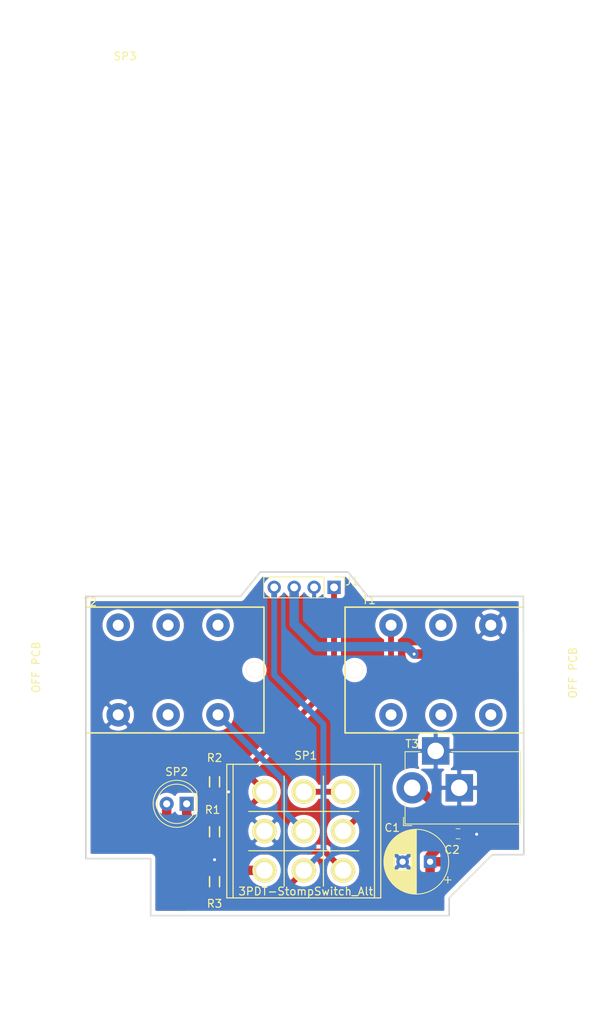
<source format=kicad_pcb>
(kicad_pcb (version 20171130) (host pcbnew "(5.1.2)-1")
  (layers (0 F.Cu signal) (31 B.Cu signal) (34 B.Paste user) (35 F.Paste user) (36 B.SilkS user) (37 F.SilkS user) (38 B.Mask user) (39 F.Mask user) (44 Edge.Cuts user))
  (net 0 "")
  (net 1 GND)
  (net 2 +9V)
  (net 3 "Net-(R1-Pad2)")
  (net 4 "Net-(R1-Pad1)")
  (net 5 "Net-(T1-Pad5)")
  (net 6 "Net-(T1-Pad3)")
  (net 7 "Net-(T1-Pad2)")
  (net 8 "Net-(T1-Pad1)")
  (net 9 "Net-(T2-Pad5)")
  (net 10 "Net-(T2-Pad3)")
  (net 11 "Net-(T2-Pad2)")
  (net 12 "Net-(T2-Pad1)")
  (net 13 /OUT)
  (net 14 /IN)
  (net 15 /Pedal_IN)
  (net 16 /Pedal_OUT)
  (net 17 /BYPASS)
  (module AVR-KiCAD-Lib-Special:1590B (layer F.Cu) (at 100.05 161)
    (fp_text reference SP3 (at 2.7 -108.05) (layer F.SilkS))
    (fp_text value Hammond_1590B)
  )
  (module AVR-KiCAD-Lib-Connectors:ACJS-MHDR (layer F.Cu) (at 142.95 131.014)
    (fp_text reference T1 (at -9.144 -8.89) (layer F.SilkS))
    (fp_text value ACJS-MHDR)
    (fp_text user "OFF PCB" (at 16.8 0.35 90) (layer F.SilkS))
    (fp_line (start -12.2 8) (end -12.2 -8) (layer F.SilkS) (width 0.2))
    (fp_line (start -12.2 8) (end 10.5 8) (layer F.SilkS) (width 0.2))
    (fp_line (start -12.2 -8) (end 10.5 -8) (layer F.SilkS) (width 0.2))
    (pad 7 thru_hole circle (at -10.98 0) (size 2.1 2.1) (drill 2.1) (layers *.Cu *.Mask))
    (pad 6 thru_hole circle (at -6.35 -5.7) (size 3 3) (drill 1.4) (layers *.Cu *.Mask) (net 15 /Pedal_IN))
    (pad 5 thru_hole circle (at 0 -5.7) (size 3 3) (drill 1.4) (layers *.Cu *.Mask) (net 5 "Net-(T1-Pad5)"))
    (pad 4 thru_hole circle (at 6.35 -5.7) (size 3 3) (drill 1.4) (layers *.Cu *.Mask) (net 1 GND))
    (pad 3 thru_hole circle (at -6.35 5.7) (size 3 3) (drill 1.4) (layers *.Cu *.Mask) (net 6 "Net-(T1-Pad3)"))
    (pad 2 thru_hole circle (at 0 5.7) (size 3 3) (drill 1.4) (layers *.Cu *.Mask) (net 7 "Net-(T1-Pad2)"))
    (pad 1 thru_hole circle (at 6.35 5.7) (size 3 3) (drill 1.4) (layers *.Cu *.Mask) (net 8 "Net-(T1-Pad1)"))
  )
  (module AVR-KiCAD-Lib-Connectors:BarrelJack_Horizontal (layer F.Cu) (at 139.284 146 180)
    (fp_text reference T3 (at 0 5.588 180) (layer F.SilkS))
    (fp_text value 54-00129)
    (fp_line (start 1.1 -3.75) (end 1.1 -4.8) (layer F.SilkS) (width 0.12))
    (fp_line (start 0.05 -4.8) (end 1.1 -4.8) (layer F.SilkS) (width 0.12))
    (fp_line (start -5 4.6) (end -13.8 4.6) (layer F.SilkS) (width 0.12))
    (fp_line (start -13.8 4.6) (end -13.8 -4.6) (layer F.SilkS) (width 0.12))
    (fp_line (start 0.9 1.9) (end 0.9 4.6) (layer F.SilkS) (width 0.12))
    (fp_line (start 0.9 4.6) (end -1 4.6) (layer F.SilkS) (width 0.12))
    (fp_line (start -13.8 -4.6) (end 0.9 -4.6) (layer F.SilkS) (width 0.12))
    (fp_line (start 0.9 -4.6) (end 0.9 -2) (layer F.SilkS) (width 0.12))
    (pad 1 thru_hole circle (at 0 0 180) (size 4 4) (drill 2.1) (layers *.Cu *.Mask) (net 2 +9V))
    (pad 2 thru_hole rect (at -6 0 180) (size 3.5 3.5) (drill 2.1) (layers *.Cu *.Mask) (net 1 GND))
    (pad 3 thru_hole rect (at -3 4.7 180) (size 3.5 3.5) (drill 2.1) (layers *.Cu *.Mask) (net 1 GND))
  )
  (module AVR-KiCAD-Lib-Capacitors:CP_Radial_D8.0mm_P3.50mm (layer F.Cu) (at 141.57 155.398 180)
    (fp_text reference C1 (at 4.826 4.318 180) (layer F.SilkS))
    (fp_text value UFW1H101MPD hide)
    (fp_circle (center 1.75 0) (end 5.87 0) (layer F.SilkS) (width 0.12))
    (fp_line (start 1.75 -4.08) (end 1.75 4.08) (layer F.SilkS) (width 0.12))
    (fp_line (start 1.79 -4.08) (end 1.79 4.08) (layer F.SilkS) (width 0.12))
    (fp_line (start 1.83 -4.08) (end 1.83 4.08) (layer F.SilkS) (width 0.12))
    (fp_line (start 1.87 -4.079) (end 1.87 4.079) (layer F.SilkS) (width 0.12))
    (fp_line (start 1.91 -4.077) (end 1.91 4.077) (layer F.SilkS) (width 0.12))
    (fp_line (start 1.95 -4.076) (end 1.95 4.076) (layer F.SilkS) (width 0.12))
    (fp_line (start 1.99 -4.074) (end 1.99 4.074) (layer F.SilkS) (width 0.12))
    (fp_line (start 2.03 -4.071) (end 2.03 4.071) (layer F.SilkS) (width 0.12))
    (fp_line (start 2.07 -4.068) (end 2.07 4.068) (layer F.SilkS) (width 0.12))
    (fp_line (start 2.11 -4.065) (end 2.11 4.065) (layer F.SilkS) (width 0.12))
    (fp_line (start 2.15 -4.061) (end 2.15 4.061) (layer F.SilkS) (width 0.12))
    (fp_line (start 2.19 -4.057) (end 2.19 4.057) (layer F.SilkS) (width 0.12))
    (fp_line (start 2.23 -4.052) (end 2.23 4.052) (layer F.SilkS) (width 0.12))
    (fp_line (start 2.27 -4.048) (end 2.27 4.048) (layer F.SilkS) (width 0.12))
    (fp_line (start 2.31 -4.042) (end 2.31 4.042) (layer F.SilkS) (width 0.12))
    (fp_line (start 2.35 -4.037) (end 2.35 4.037) (layer F.SilkS) (width 0.12))
    (fp_line (start 2.39 -4.03) (end 2.39 4.03) (layer F.SilkS) (width 0.12))
    (fp_line (start 2.43 -4.024) (end 2.43 4.024) (layer F.SilkS) (width 0.12))
    (fp_line (start 2.471 -4.017) (end 2.471 -1.04) (layer F.SilkS) (width 0.12))
    (fp_line (start 2.471 1.04) (end 2.471 4.017) (layer F.SilkS) (width 0.12))
    (fp_line (start 2.511 -4.01) (end 2.511 -1.04) (layer F.SilkS) (width 0.12))
    (fp_line (start 2.511 1.04) (end 2.511 4.01) (layer F.SilkS) (width 0.12))
    (fp_line (start 2.551 -4.002) (end 2.551 -1.04) (layer F.SilkS) (width 0.12))
    (fp_line (start 2.551 1.04) (end 2.551 4.002) (layer F.SilkS) (width 0.12))
    (fp_line (start 2.591 -3.994) (end 2.591 -1.04) (layer F.SilkS) (width 0.12))
    (fp_line (start 2.591 1.04) (end 2.591 3.994) (layer F.SilkS) (width 0.12))
    (fp_line (start 2.631 -3.985) (end 2.631 -1.04) (layer F.SilkS) (width 0.12))
    (fp_line (start 2.631 1.04) (end 2.631 3.985) (layer F.SilkS) (width 0.12))
    (fp_line (start 2.671 -3.976) (end 2.671 -1.04) (layer F.SilkS) (width 0.12))
    (fp_line (start 2.671 1.04) (end 2.671 3.976) (layer F.SilkS) (width 0.12))
    (fp_line (start 2.711 -3.967) (end 2.711 -1.04) (layer F.SilkS) (width 0.12))
    (fp_line (start 2.711 1.04) (end 2.711 3.967) (layer F.SilkS) (width 0.12))
    (fp_line (start 2.751 -3.957) (end 2.751 -1.04) (layer F.SilkS) (width 0.12))
    (fp_line (start 2.751 1.04) (end 2.751 3.957) (layer F.SilkS) (width 0.12))
    (fp_line (start 2.791 -3.947) (end 2.791 -1.04) (layer F.SilkS) (width 0.12))
    (fp_line (start 2.791 1.04) (end 2.791 3.947) (layer F.SilkS) (width 0.12))
    (fp_line (start 2.831 -3.936) (end 2.831 -1.04) (layer F.SilkS) (width 0.12))
    (fp_line (start 2.831 1.04) (end 2.831 3.936) (layer F.SilkS) (width 0.12))
    (fp_line (start 2.871 -3.925) (end 2.871 -1.04) (layer F.SilkS) (width 0.12))
    (fp_line (start 2.871 1.04) (end 2.871 3.925) (layer F.SilkS) (width 0.12))
    (fp_line (start 2.911 -3.914) (end 2.911 -1.04) (layer F.SilkS) (width 0.12))
    (fp_line (start 2.911 1.04) (end 2.911 3.914) (layer F.SilkS) (width 0.12))
    (fp_line (start 2.951 -3.902) (end 2.951 -1.04) (layer F.SilkS) (width 0.12))
    (fp_line (start 2.951 1.04) (end 2.951 3.902) (layer F.SilkS) (width 0.12))
    (fp_line (start 2.991 -3.889) (end 2.991 -1.04) (layer F.SilkS) (width 0.12))
    (fp_line (start 2.991 1.04) (end 2.991 3.889) (layer F.SilkS) (width 0.12))
    (fp_line (start 3.031 -3.877) (end 3.031 -1.04) (layer F.SilkS) (width 0.12))
    (fp_line (start 3.031 1.04) (end 3.031 3.877) (layer F.SilkS) (width 0.12))
    (fp_line (start 3.071 -3.863) (end 3.071 -1.04) (layer F.SilkS) (width 0.12))
    (fp_line (start 3.071 1.04) (end 3.071 3.863) (layer F.SilkS) (width 0.12))
    (fp_line (start 3.111 -3.85) (end 3.111 -1.04) (layer F.SilkS) (width 0.12))
    (fp_line (start 3.111 1.04) (end 3.111 3.85) (layer F.SilkS) (width 0.12))
    (fp_line (start 3.151 -3.835) (end 3.151 -1.04) (layer F.SilkS) (width 0.12))
    (fp_line (start 3.151 1.04) (end 3.151 3.835) (layer F.SilkS) (width 0.12))
    (fp_line (start 3.191 -3.821) (end 3.191 -1.04) (layer F.SilkS) (width 0.12))
    (fp_line (start 3.191 1.04) (end 3.191 3.821) (layer F.SilkS) (width 0.12))
    (fp_line (start 3.231 -3.805) (end 3.231 -1.04) (layer F.SilkS) (width 0.12))
    (fp_line (start 3.231 1.04) (end 3.231 3.805) (layer F.SilkS) (width 0.12))
    (fp_line (start 3.271 -3.79) (end 3.271 -1.04) (layer F.SilkS) (width 0.12))
    (fp_line (start 3.271 1.04) (end 3.271 3.79) (layer F.SilkS) (width 0.12))
    (fp_line (start 3.311 -3.774) (end 3.311 -1.04) (layer F.SilkS) (width 0.12))
    (fp_line (start 3.311 1.04) (end 3.311 3.774) (layer F.SilkS) (width 0.12))
    (fp_line (start 3.351 -3.757) (end 3.351 -1.04) (layer F.SilkS) (width 0.12))
    (fp_line (start 3.351 1.04) (end 3.351 3.757) (layer F.SilkS) (width 0.12))
    (fp_line (start 3.391 -3.74) (end 3.391 -1.04) (layer F.SilkS) (width 0.12))
    (fp_line (start 3.391 1.04) (end 3.391 3.74) (layer F.SilkS) (width 0.12))
    (fp_line (start 3.431 -3.722) (end 3.431 -1.04) (layer F.SilkS) (width 0.12))
    (fp_line (start 3.431 1.04) (end 3.431 3.722) (layer F.SilkS) (width 0.12))
    (fp_line (start 3.471 -3.704) (end 3.471 -1.04) (layer F.SilkS) (width 0.12))
    (fp_line (start 3.471 1.04) (end 3.471 3.704) (layer F.SilkS) (width 0.12))
    (fp_line (start 3.511 -3.686) (end 3.511 -1.04) (layer F.SilkS) (width 0.12))
    (fp_line (start 3.511 1.04) (end 3.511 3.686) (layer F.SilkS) (width 0.12))
    (fp_line (start 3.551 -3.666) (end 3.551 -1.04) (layer F.SilkS) (width 0.12))
    (fp_line (start 3.551 1.04) (end 3.551 3.666) (layer F.SilkS) (width 0.12))
    (fp_line (start 3.591 -3.647) (end 3.591 -1.04) (layer F.SilkS) (width 0.12))
    (fp_line (start 3.591 1.04) (end 3.591 3.647) (layer F.SilkS) (width 0.12))
    (fp_line (start 3.631 -3.627) (end 3.631 -1.04) (layer F.SilkS) (width 0.12))
    (fp_line (start 3.631 1.04) (end 3.631 3.627) (layer F.SilkS) (width 0.12))
    (fp_line (start 3.671 -3.606) (end 3.671 -1.04) (layer F.SilkS) (width 0.12))
    (fp_line (start 3.671 1.04) (end 3.671 3.606) (layer F.SilkS) (width 0.12))
    (fp_line (start 3.711 -3.584) (end 3.711 -1.04) (layer F.SilkS) (width 0.12))
    (fp_line (start 3.711 1.04) (end 3.711 3.584) (layer F.SilkS) (width 0.12))
    (fp_line (start 3.751 -3.562) (end 3.751 -1.04) (layer F.SilkS) (width 0.12))
    (fp_line (start 3.751 1.04) (end 3.751 3.562) (layer F.SilkS) (width 0.12))
    (fp_line (start 3.791 -3.54) (end 3.791 -1.04) (layer F.SilkS) (width 0.12))
    (fp_line (start 3.791 1.04) (end 3.791 3.54) (layer F.SilkS) (width 0.12))
    (fp_line (start 3.831 -3.517) (end 3.831 -1.04) (layer F.SilkS) (width 0.12))
    (fp_line (start 3.831 1.04) (end 3.831 3.517) (layer F.SilkS) (width 0.12))
    (fp_line (start 3.871 -3.493) (end 3.871 -1.04) (layer F.SilkS) (width 0.12))
    (fp_line (start 3.871 1.04) (end 3.871 3.493) (layer F.SilkS) (width 0.12))
    (fp_line (start 3.911 -3.469) (end 3.911 -1.04) (layer F.SilkS) (width 0.12))
    (fp_line (start 3.911 1.04) (end 3.911 3.469) (layer F.SilkS) (width 0.12))
    (fp_line (start 3.951 -3.444) (end 3.951 -1.04) (layer F.SilkS) (width 0.12))
    (fp_line (start 3.951 1.04) (end 3.951 3.444) (layer F.SilkS) (width 0.12))
    (fp_line (start 3.991 -3.418) (end 3.991 -1.04) (layer F.SilkS) (width 0.12))
    (fp_line (start 3.991 1.04) (end 3.991 3.418) (layer F.SilkS) (width 0.12))
    (fp_line (start 4.031 -3.392) (end 4.031 -1.04) (layer F.SilkS) (width 0.12))
    (fp_line (start 4.031 1.04) (end 4.031 3.392) (layer F.SilkS) (width 0.12))
    (fp_line (start 4.071 -3.365) (end 4.071 -1.04) (layer F.SilkS) (width 0.12))
    (fp_line (start 4.071 1.04) (end 4.071 3.365) (layer F.SilkS) (width 0.12))
    (fp_line (start 4.111 -3.338) (end 4.111 -1.04) (layer F.SilkS) (width 0.12))
    (fp_line (start 4.111 1.04) (end 4.111 3.338) (layer F.SilkS) (width 0.12))
    (fp_line (start 4.151 -3.309) (end 4.151 -1.04) (layer F.SilkS) (width 0.12))
    (fp_line (start 4.151 1.04) (end 4.151 3.309) (layer F.SilkS) (width 0.12))
    (fp_line (start 4.191 -3.28) (end 4.191 -1.04) (layer F.SilkS) (width 0.12))
    (fp_line (start 4.191 1.04) (end 4.191 3.28) (layer F.SilkS) (width 0.12))
    (fp_line (start 4.231 -3.25) (end 4.231 -1.04) (layer F.SilkS) (width 0.12))
    (fp_line (start 4.231 1.04) (end 4.231 3.25) (layer F.SilkS) (width 0.12))
    (fp_line (start 4.271 -3.22) (end 4.271 -1.04) (layer F.SilkS) (width 0.12))
    (fp_line (start 4.271 1.04) (end 4.271 3.22) (layer F.SilkS) (width 0.12))
    (fp_line (start 4.311 -3.189) (end 4.311 -1.04) (layer F.SilkS) (width 0.12))
    (fp_line (start 4.311 1.04) (end 4.311 3.189) (layer F.SilkS) (width 0.12))
    (fp_line (start 4.351 -3.156) (end 4.351 -1.04) (layer F.SilkS) (width 0.12))
    (fp_line (start 4.351 1.04) (end 4.351 3.156) (layer F.SilkS) (width 0.12))
    (fp_line (start 4.391 -3.124) (end 4.391 -1.04) (layer F.SilkS) (width 0.12))
    (fp_line (start 4.391 1.04) (end 4.391 3.124) (layer F.SilkS) (width 0.12))
    (fp_line (start 4.431 -3.09) (end 4.431 -1.04) (layer F.SilkS) (width 0.12))
    (fp_line (start 4.431 1.04) (end 4.431 3.09) (layer F.SilkS) (width 0.12))
    (fp_line (start 4.471 -3.055) (end 4.471 -1.04) (layer F.SilkS) (width 0.12))
    (fp_line (start 4.471 1.04) (end 4.471 3.055) (layer F.SilkS) (width 0.12))
    (fp_line (start 4.511 -3.019) (end 4.511 -1.04) (layer F.SilkS) (width 0.12))
    (fp_line (start 4.511 1.04) (end 4.511 3.019) (layer F.SilkS) (width 0.12))
    (fp_line (start 4.551 -2.983) (end 4.551 2.983) (layer F.SilkS) (width 0.12))
    (fp_line (start 4.591 -2.945) (end 4.591 2.945) (layer F.SilkS) (width 0.12))
    (fp_line (start 4.631 -2.907) (end 4.631 2.907) (layer F.SilkS) (width 0.12))
    (fp_line (start 4.671 -2.867) (end 4.671 2.867) (layer F.SilkS) (width 0.12))
    (fp_line (start 4.711 -2.826) (end 4.711 2.826) (layer F.SilkS) (width 0.12))
    (fp_line (start 4.751 -2.784) (end 4.751 2.784) (layer F.SilkS) (width 0.12))
    (fp_line (start 4.791 -2.741) (end 4.791 2.741) (layer F.SilkS) (width 0.12))
    (fp_line (start 4.831 -2.697) (end 4.831 2.697) (layer F.SilkS) (width 0.12))
    (fp_line (start 4.871 -2.651) (end 4.871 2.651) (layer F.SilkS) (width 0.12))
    (fp_line (start 4.911 -2.604) (end 4.911 2.604) (layer F.SilkS) (width 0.12))
    (fp_line (start 4.951 -2.556) (end 4.951 2.556) (layer F.SilkS) (width 0.12))
    (fp_line (start 4.991 -2.505) (end 4.991 2.505) (layer F.SilkS) (width 0.12))
    (fp_line (start 5.031 -2.454) (end 5.031 2.454) (layer F.SilkS) (width 0.12))
    (fp_line (start 5.071 -2.4) (end 5.071 2.4) (layer F.SilkS) (width 0.12))
    (fp_line (start 5.111 -2.345) (end 5.111 2.345) (layer F.SilkS) (width 0.12))
    (fp_line (start 5.151 -2.287) (end 5.151 2.287) (layer F.SilkS) (width 0.12))
    (fp_line (start 5.191 -2.228) (end 5.191 2.228) (layer F.SilkS) (width 0.12))
    (fp_line (start 5.231 -2.166) (end 5.231 2.166) (layer F.SilkS) (width 0.12))
    (fp_line (start 5.271 -2.102) (end 5.271 2.102) (layer F.SilkS) (width 0.12))
    (fp_line (start 5.311 -2.034) (end 5.311 2.034) (layer F.SilkS) (width 0.12))
    (fp_line (start 5.351 -1.964) (end 5.351 1.964) (layer F.SilkS) (width 0.12))
    (fp_line (start 5.391 -1.89) (end 5.391 1.89) (layer F.SilkS) (width 0.12))
    (fp_line (start 5.431 -1.813) (end 5.431 1.813) (layer F.SilkS) (width 0.12))
    (fp_line (start 5.471 -1.731) (end 5.471 1.731) (layer F.SilkS) (width 0.12))
    (fp_line (start 5.511 -1.645) (end 5.511 1.645) (layer F.SilkS) (width 0.12))
    (fp_line (start 5.551 -1.552) (end 5.551 1.552) (layer F.SilkS) (width 0.12))
    (fp_line (start 5.591 -1.453) (end 5.591 1.453) (layer F.SilkS) (width 0.12))
    (fp_line (start 5.631 -1.346) (end 5.631 1.346) (layer F.SilkS) (width 0.12))
    (fp_line (start 5.671 -1.229) (end 5.671 1.229) (layer F.SilkS) (width 0.12))
    (fp_line (start 5.711 -1.098) (end 5.711 1.098) (layer F.SilkS) (width 0.12))
    (fp_line (start 5.751 -0.948) (end 5.751 0.948) (layer F.SilkS) (width 0.12))
    (fp_line (start 5.791 -0.768) (end 5.791 0.768) (layer F.SilkS) (width 0.12))
    (fp_line (start 5.831 -0.533) (end 5.831 0.533) (layer F.SilkS) (width 0.12))
    (fp_line (start -2.659698 -2.315) (end -1.859698 -2.315) (layer F.SilkS) (width 0.12))
    (fp_line (start -2.259698 -2.715) (end -2.259698 -1.915) (layer F.SilkS) (width 0.12))
    (pad 1 thru_hole rect (at 0 0 180) (size 1.6 1.6) (drill 0.8) (layers *.Cu *.Mask) (net 2 +9V))
    (pad 2 thru_hole circle (at 3.5 0 180) (size 1.6 1.6) (drill 0.8) (layers *.Cu *.Mask) (net 1 GND))
  )
  (module AVR-KiCAD-Lib-Special:Switches_Stomp_Switch_3PDT (layer F.Cu) (at 125.494107 151.5)
    (fp_text reference SP1 (at 0.254 -9.604) (layer F.SilkS))
    (fp_text value 3PDT-StompSwitch_Alt (at 0.254 7.668) (layer F.SilkS))
    (fp_line (start 7 2.5) (end -7 2.5) (layer F.SilkS) (width 0.15))
    (fp_line (start -7 -2.5) (end 7 -2.5) (layer F.SilkS) (width 0.15))
    (fp_line (start 2.5 7) (end 2.5 -7) (layer F.SilkS) (width 0.15))
    (fp_line (start -2.5 -7) (end -2.5 7) (layer F.SilkS) (width 0.15))
    (fp_line (start -9 8.5) (end -9.8 8.5) (layer F.SilkS) (width 0.15))
    (fp_line (start -9.8 8.5) (end -9.8 -8.5) (layer F.SilkS) (width 0.15))
    (fp_line (start -9.8 -8.5) (end -9 -8.5) (layer F.SilkS) (width 0.15))
    (fp_line (start 9.8 8.5) (end 9 8.5) (layer F.SilkS) (width 0.15))
    (fp_line (start 9.8 8.5) (end 9.8 -8.5) (layer F.SilkS) (width 0.15))
    (fp_line (start 9.8 -8.5) (end 9 -8.5) (layer F.SilkS) (width 0.15))
    (fp_line (start -9 8.5) (end -9 -8.5) (layer F.SilkS) (width 0.15))
    (fp_line (start -9 -8.5) (end 9 -8.5) (layer F.SilkS) (width 0.15))
    (fp_line (start 9 -8.5) (end 9 0) (layer F.SilkS) (width 0.15))
    (fp_line (start -9 8.5) (end 9 8.5) (layer F.SilkS) (width 0.15))
    (fp_line (start 9 8.5) (end 9 0) (layer F.SilkS) (width 0.15))
    (pad 4 thru_hole circle (at 5 0) (size 3.1 3.1) (drill 2.1) (layers *.Cu *.Mask F.SilkS) (net 15 /Pedal_IN))
    (pad 5 thru_hole circle (at 0 0) (size 3.1 3.1) (drill 2.1) (layers *.Cu *.Mask F.SilkS) (net 16 /Pedal_OUT))
    (pad 6 thru_hole circle (at -5 0) (size 3.1 3.1) (drill 2.1) (layers *.Cu *.Mask F.SilkS) (net 1 GND))
    (pad 3 thru_hole circle (at -5 -5) (size 3.1 3.1) (drill 2.1) (layers *.Cu *.Mask F.SilkS) (net 14 /IN))
    (pad 9 thru_hole circle (at -5 5) (size 3.1 3.1) (drill 2.1) (layers *.Cu *.Mask F.SilkS) (net 4 "Net-(R1-Pad1)"))
    (pad 7 thru_hole circle (at 5 5) (size 3.1 3.1) (drill 2.1) (layers *.Cu *.Mask F.SilkS) (net 14 /IN))
    (pad 1 thru_hole circle (at 5 -5) (size 3.1 3.1) (drill 2.1) (layers *.Cu *.Mask F.SilkS) (net 17 /BYPASS))
    (pad 2 thru_hole circle (at 0 -5) (size 3.1 3.1) (drill 2.1) (layers *.Cu *.Mask F.SilkS) (net 17 /BYPASS))
    (pad 8 thru_hole circle (at 0 5) (size 3.1 3.1) (drill 2.1) (layers *.Cu *.Mask F.SilkS) (net 13 /OUT))
  )
  (module AVR-KiCAD-Lib-Connectors:ACJS-MHDR (layer F.Cu) (at 108.225 131.014 180)
    (fp_text reference T2 (at 9.906 8.636 180) (layer F.SilkS))
    (fp_text value ACJS-MHDR)
    (fp_text user "OFF PCB" (at 16.8 0.35 270) (layer F.SilkS))
    (fp_line (start -12.2 8) (end -12.2 -8) (layer F.SilkS) (width 0.2))
    (fp_line (start -12.2 8) (end 10.5 8) (layer F.SilkS) (width 0.2))
    (fp_line (start -12.2 -8) (end 10.5 -8) (layer F.SilkS) (width 0.2))
    (pad 7 thru_hole circle (at -10.98 0 180) (size 2.1 2.1) (drill 2.1) (layers *.Cu *.Mask))
    (pad 6 thru_hole circle (at -6.35 -5.7 180) (size 3 3) (drill 1.4) (layers *.Cu *.Mask) (net 16 /Pedal_OUT))
    (pad 5 thru_hole circle (at 0 -5.7 180) (size 3 3) (drill 1.4) (layers *.Cu *.Mask) (net 9 "Net-(T2-Pad5)"))
    (pad 4 thru_hole circle (at 6.35 -5.7 180) (size 3 3) (drill 1.4) (layers *.Cu *.Mask) (net 1 GND))
    (pad 3 thru_hole circle (at -6.35 5.7 180) (size 3 3) (drill 1.4) (layers *.Cu *.Mask) (net 10 "Net-(T2-Pad3)"))
    (pad 2 thru_hole circle (at 0 5.7 180) (size 3 3) (drill 1.4) (layers *.Cu *.Mask) (net 11 "Net-(T2-Pad2)"))
    (pad 1 thru_hole circle (at 6.35 5.7 180) (size 3 3) (drill 1.4) (layers *.Cu *.Mask) (net 12 "Net-(T2-Pad1)"))
  )
  (module AVR-KiCAD-Lib-Capacitors:C0805 (layer F.Cu) (at 145.126 151.842)
    (fp_text reference C2 (at -0.762 2.032 180) (layer F.SilkS))
    (fp_text value CL21B104KCFNNNE hide)
    (fp_line (start -0.254 -0.635) (end 0.254 -0.635) (layer F.SilkS) (width 0.1))
    (fp_line (start -0.254 0.635) (end 0.254 0.635) (layer F.SilkS) (width 0.1))
    (pad 1 smd roundrect (at -0.95 0) (size 1.321 1.524) (layers F.Cu F.Paste F.Mask) (net 2 +9V))
    (pad 2 smd roundrect (at 0.95 0) (size 1.321 1.524) (layers F.Cu F.Paste F.Mask) (net 1 GND))
  )
  (module AVR-KiCAD-Lib-Diodesl:LED_D5.0mm (layer F.Cu) (at 110.582 148.032 180)
    (fp_text reference SP2 (at 1.27 4.064 180) (layer F.SilkS))
    (fp_text value HLMP-4700-C0002 hide)
    (fp_arc (start 1.27 0) (end -1.29 -1.54483) (angle 148.9) (layer F.SilkS) (width 0.12))
    (fp_arc (start 1.27 0) (end -1.29 1.54483) (angle -148.9) (layer F.SilkS) (width 0.12))
    (fp_circle (center 1.27 0) (end 3.77 0) (layer F.SilkS) (width 0.12))
    (fp_line (start -1.29 -1.545) (end -1.29 1.545) (layer F.SilkS) (width 0.12))
    (pad 1 thru_hole rect (at 0 0 180) (size 1.8 1.8) (drill 0.9) (layers *.Cu *.Mask) (net 3 "Net-(R1-Pad2)"))
    (pad 2 thru_hole circle (at 2.54 0 180) (size 1.8 1.8) (drill 0.9) (layers *.Cu *.Mask) (net 2 +9V))
  )
  (module AVR-KiCAD-Lib-Resistors:R1206 (layer F.Cu) (at 114.138 157.938 90)
    (fp_text reference R3 (at -2.794 0) (layer F.SilkS))
    (fp_text value RC1206FR-071ML hide)
    (fp_line (start -0.635 -0.635) (end 0.635 -0.635) (layer F.SilkS) (width 0.2))
    (fp_line (start 0.635 0.635) (end -0.635 0.635) (layer F.SilkS) (width 0.2))
    (pad 2 smd roundrect (at 1.325 0 90) (size 1.1 2) (layers F.Cu F.Paste F.Mask) (net 1 GND))
    (pad 1 smd roundrect (at -1.325 0 90) (size 1.1 2) (layers F.Cu F.Paste F.Mask) (net 13 /OUT))
  )
  (module AVR-KiCAD-Lib-Resistors:R1206 (layer F.Cu) (at 114.138 145.238 270)
    (fp_text reference R2 (at -3.048 0 180) (layer F.SilkS))
    (fp_text value RC1206FR-071ML hide)
    (fp_line (start -0.635 -0.635) (end 0.635 -0.635) (layer F.SilkS) (width 0.2))
    (fp_line (start 0.635 0.635) (end -0.635 0.635) (layer F.SilkS) (width 0.2))
    (pad 2 smd roundrect (at 1.325 0 270) (size 1.1 2) (layers F.Cu F.Paste F.Mask) (net 1 GND))
    (pad 1 smd roundrect (at -1.325 0 270) (size 1.1 2) (layers F.Cu F.Paste F.Mask) (net 14 /IN))
  )
  (module AVR-KiCAD-Lib-Resistors:R1206 (layer F.Cu) (at 114.138 151.588 90)
    (fp_text reference R1 (at 2.794 -0.254) (layer F.SilkS))
    (fp_text value RC1206FR-071KL hide)
    (fp_line (start -0.635 -0.635) (end 0.635 -0.635) (layer F.SilkS) (width 0.2))
    (fp_line (start 0.635 0.635) (end -0.635 0.635) (layer F.SilkS) (width 0.2))
    (pad 2 smd roundrect (at 1.325 0 90) (size 1.1 2) (layers F.Cu F.Paste F.Mask) (net 3 "Net-(R1-Pad2)"))
    (pad 1 smd roundrect (at -1.325 0 90) (size 1.1 2) (layers F.Cu F.Paste F.Mask) (net 4 "Net-(R1-Pad1)"))
  )
  (module Connector_PinHeader_2.54mm:PinHeader_1x04_P2.54mm_Vertical (layer F.Cu) (at 129.35 120.5 270)
    (fp_text reference J1 (at -0.762 -2.286 180) (layer F.SilkS))
    (fp_text value Conn_01x04_Female hide)
    (fp_line (start -1.33 -1.33) (end 0 -1.33) (layer F.SilkS) (width 0.12))
    (fp_line (start -1.33 0) (end -1.33 -1.33) (layer F.SilkS) (width 0.12))
    (fp_line (start -1.33 1.27) (end 1.33 1.27) (layer F.SilkS) (width 0.12))
    (fp_line (start 1.33 1.27) (end 1.33 8.95) (layer F.SilkS) (width 0.12))
    (fp_line (start -1.33 1.27) (end -1.33 8.95) (layer F.SilkS) (width 0.12))
    (fp_line (start -1.33 8.95) (end 1.33 8.95) (layer F.SilkS) (width 0.12))
    (pad 4 thru_hole oval (at 0 7.62 270) (size 1.7 1.7) (drill 1) (layers *.Cu *.Mask) (net 13 /OUT))
    (pad 3 thru_hole oval (at 0 5.08 270) (size 1.7 1.7) (drill 1) (layers *.Cu *.Mask) (net 2 +9V))
    (pad 2 thru_hole oval (at 0 2.54 270) (size 1.7 1.7) (drill 1) (layers *.Cu *.Mask) (net 1 GND))
    (pad 1 thru_hole rect (at 0 0 270) (size 1.7 1.7) (drill 1) (layers *.Cu *.Mask) (net 14 /IN))
  )
  (gr_line (start 117.45 121.65) (end 97.75 121.65) (layer Edge.Cuts) (width 0.2))
  (gr_line (start 117.45 121.65) (end 119.95 118.55) (layer Edge.Cuts) (width 0.2))
  (gr_line (start 125.55 118.55) (end 131.15 118.55) (layer Edge.Cuts) (width 0.2))
  (gr_line (start 125.55 118.55) (end 119.95 118.55) (layer Edge.Cuts) (width 0.2))
  (gr_line (start 131.15 118.55) (end 133.65 121.65) (layer Edge.Cuts) (width 0.2))
  (gr_line (start 153.45 121.65) (end 133.65 121.65) (layer Edge.Cuts) (width 0.2))
  (gr_line (start 144 160) (end 149.5 154.5) (layer Edge.Cuts) (width 0.2))
  (gr_line (start 153.5 154.5) (end 153.45 121.65) (layer Edge.Cuts) (width 0.2))
  (gr_line (start 153.5 154.5) (end 149.5 154.5) (layer Edge.Cuts) (width 0.2))
  (gr_line (start 144 162.25) (end 144 160) (layer Edge.Cuts) (width 0.2))
  (gr_line (start 106 162.25) (end 144 162.25) (layer Edge.Cuts) (width 0.2))
  (gr_line (start 97.75 155) (end 97.75 121.65) (layer Edge.Cuts) (width 0.2))
  (gr_line (start 97.75 155) (end 106 155) (layer Edge.Cuts) (width 0.2))
  (gr_line (start 106 162.25) (end 106 155) (layer Edge.Cuts) (width 0.2))
  (via (at 114.138 155.144) (size 1.143) (drill 0.381) (layers F.Cu B.Cu) (net 1))
  (segment (start 114.138 156.613) (end 114.138 155.144) (width 0.75) (layer F.Cu) (net 1))
  (via (at 115.916 146.508) (size 1.143) (drill 0.381) (layers F.Cu B.Cu) (net 1))
  (segment (start 114.193 146.508) (end 114.138 146.563) (width 0.25) (layer F.Cu) (net 1))
  (segment (start 115.916 146.508) (end 114.193 146.508) (width 0.75) (layer F.Cu) (net 1))
  (via (at 147.5 151.9) (size 1.143) (drill 0.381) (layers F.Cu B.Cu) (net 1))
  (segment (start 141.57 154.636) (end 141.57 155.398) (width 1.2) (layer F.Cu) (net 2))
  (segment (start 144.176 151.842) (end 144.176 152.03) (width 1.2) (layer F.Cu) (net 2))
  (segment (start 144.176 152.03) (end 141.57 154.636) (width 1.2) (layer F.Cu) (net 2))
  (segment (start 144.176 150.13) (end 144.176 151.842) (width 1.2) (layer F.Cu) (net 2))
  (segment (start 139.284 146) (end 140.046 146) (width 1.2) (layer F.Cu) (net 2))
  (segment (start 140.046 146) (end 144.176 150.13) (width 1.2) (layer F.Cu) (net 2))
  (segment (start 139.538 128.982) (end 139.538 128.982) (width 1.2) (layer F.Cu) (net 2))
  (via (at 139.538 128.982) (size 1.143) (drill 0.381) (layers F.Cu B.Cu) (net 2))
  (segment (start 108.042 150.592) (end 108.042 148.032) (width 1.2) (layer F.Cu) (net 2))
  (segment (start 141.57 159.23) (end 139.814 160.986) (width 1.2) (layer F.Cu) (net 2))
  (segment (start 141.57 155.398) (end 141.57 159.23) (width 1.2) (layer F.Cu) (net 2))
  (segment (start 139.814 160.986) (end 111.636 160.986) (width 1.2) (layer F.Cu) (net 2))
  (segment (start 111.636 160.986) (end 109.9 159.25) (width 1.2) (layer F.Cu) (net 2))
  (segment (start 109.9 159.25) (end 109.9 152.45) (width 1.2) (layer F.Cu) (net 2))
  (segment (start 109.9 152.45) (end 108.042 150.592) (width 1.2) (layer F.Cu) (net 2))
  (segment (start 124.27 125.17) (end 124.27 120.5) (width 1.2) (layer B.Cu) (net 2))
  (segment (start 127.15 128.05) (end 124.27 125.17) (width 1.2) (layer B.Cu) (net 2))
  (segment (start 139.538 128.982) (end 138.606 128.05) (width 1.2) (layer B.Cu) (net 2))
  (segment (start 138.606 128.05) (end 127.15 128.05) (width 1.2) (layer B.Cu) (net 2))
  (segment (start 141.832 128.982) (end 139.538 128.982) (width 1.2) (layer F.Cu) (net 2))
  (segment (start 146.2 133.35) (end 141.832 128.982) (width 1.2) (layer F.Cu) (net 2))
  (segment (start 141.572 155.4) (end 146.9 155.4) (width 1.2) (layer F.Cu) (net 2))
  (segment (start 141.57 155.398) (end 141.572 155.4) (width 1.2) (layer F.Cu) (net 2))
  (segment (start 146.9 155.4) (end 149.6 152.7) (width 1.2) (layer F.Cu) (net 2))
  (segment (start 149.6 152.7) (end 149.6 142.5) (width 1.2) (layer F.Cu) (net 2))
  (segment (start 149.6 142.5) (end 146.2 139.1) (width 1.2) (layer F.Cu) (net 2))
  (segment (start 146.2 139.1) (end 146.2 133.35) (width 1.2) (layer F.Cu) (net 2))
  (segment (start 114.138 150.263) (end 111.289 150.263) (width 1.2) (layer F.Cu) (net 3))
  (segment (start 110.582 149.556) (end 110.582 148.032) (width 1.2) (layer F.Cu) (net 3))
  (segment (start 111.289 150.263) (end 110.582 149.556) (width 1.2) (layer F.Cu) (net 3))
  (segment (start 114.193 152.858) (end 114.138 152.913) (width 0.25) (layer F.Cu) (net 4))
  (segment (start 114.646 152.858) (end 114.193 152.858) (width 1.2) (layer F.Cu) (net 4))
  (segment (start 120.568 156.5) (end 118.288 156.5) (width 1.2) (layer F.Cu) (net 4))
  (segment (start 118.288 156.5) (end 114.646 152.858) (width 1.2) (layer F.Cu) (net 4))
  (segment (start 114.138 159.263) (end 122.805 159.263) (width 0.75) (layer F.Cu) (net 13))
  (segment (start 122.805 159.263) (end 125.568 156.5) (width 0.75) (layer F.Cu) (net 13))
  (segment (start 121.73 131.64667) (end 121.73 120.5) (width 0.75) (layer B.Cu) (net 13))
  (segment (start 128 137.91667) (end 121.73 131.64667) (width 0.75) (layer B.Cu) (net 13))
  (segment (start 125.494107 156.5) (end 128 153.994107) (width 0.75) (layer B.Cu) (net 13))
  (segment (start 128 153.994107) (end 128 137.91667) (width 0.75) (layer B.Cu) (net 13))
  (segment (start 127.760031 146.5) (end 130.568 146.5) (width 0.75) (layer F.Cu) (net 17))
  (segment (start 125.568 146.5) (end 127.760031 146.5) (width 0.75) (layer F.Cu) (net 17))
  (segment (start 120.488 146.42) (end 120.568 146.5) (width 0.25) (layer F.Cu) (net 14))
  (segment (start 120.568 147.858) (end 120.568 146.5) (width 0.25) (layer F.Cu) (net 14))
  (segment (start 117.981 143.913) (end 114.138 143.913) (width 0.75) (layer F.Cu) (net 14))
  (segment (start 120.568 146.5) (end 117.981 143.913) (width 0.75) (layer F.Cu) (net 14))
  (segment (start 120.496 146.5) (end 120.568 146.5) (width 0.75) (layer F.Cu) (net 14))
  (segment (start 117.694 149.302) (end 120.496 146.5) (width 0.75) (layer F.Cu) (net 14))
  (segment (start 117.694 152.892707) (end 117.694 149.302) (width 0.75) (layer F.Cu) (net 14))
  (segment (start 118.90851 154.107217) (end 117.694 152.892707) (width 0.75) (layer F.Cu) (net 14))
  (segment (start 130.568 156.5) (end 128.175217 154.107217) (width 0.75) (layer F.Cu) (net 14))
  (segment (start 128.175217 154.107217) (end 118.90851 154.107217) (width 0.75) (layer F.Cu) (net 14))
  (segment (start 129.35 120.5) (end 129.35 121.3) (width 0.75) (layer F.Cu) (net 14))
  (segment (start 129.342 120.508) (end 129.35 120.5) (width 0.75) (layer F.Cu) (net 14))
  (segment (start 117.981 143.913) (end 129.342 132.552) (width 0.75) (layer F.Cu) (net 14))
  (segment (start 129.342 132.552) (end 129.342 120.508) (width 0.75) (layer F.Cu) (net 14))
  (segment (start 133.442 148.626) (end 133.442 136.308) (width 0.75) (layer F.Cu) (net 15))
  (segment (start 130.568 151.5) (end 133.442 148.626) (width 0.75) (layer F.Cu) (net 15))
  (segment (start 133.45 134.95) (end 133.45 136.4) (width 0.75) (layer F.Cu) (net 15))
  (segment (start 136.6 125.314) (end 136.6 131.8) (width 0.75) (layer F.Cu) (net 15))
  (segment (start 136.6 131.8) (end 133.45 134.95) (width 0.75) (layer F.Cu) (net 15))
  (segment (start 123.028 145.167) (end 114.575 136.714) (width 0.75) (layer B.Cu) (net 16))
  (segment (start 125.568 151.5) (end 125.55 151.5) (width 0.75) (layer F.Cu) (net 16))
  (segment (start 123.028 148.978) (end 123.028 145.167) (width 0.75) (layer B.Cu) (net 16))
  (segment (start 125.55 151.5) (end 123.028 148.978) (width 0.75) (layer B.Cu) (net 16))
  (zone (net 1) (net_name GND) (layer B.Cu) (connect_pads (clearance 0.508)) (min_thickness 0.254) (fill yes (arc_segments 32) (thermal_gap 0.508) (thermal_bridge_width 0.508))
    (polygon (pts (xy 144 162.25) (xy 106 162.25) (xy 106 155) (xy 97.75 155) (xy 97.75 121.65) (xy 117.45 121.65) (xy 119.95 118.55) (xy 131.15 118.55) (xy 133.65 121.65) (xy 153.45 121.65) (xy 153.5 154.45) (xy 149.55 154.45) (xy 144 160)))
  )
  (zone (net 1) (net_name GND) (layer F.Cu) (connect_pads (clearance 0.508)) (min_thickness 0.254) (fill yes (arc_segments 32) (thermal_gap 0.508) (thermal_bridge_width 0.508))
    (polygon (pts (xy 144 162.25) (xy 106 162.25) (xy 106 155) (xy 97.75 155) (xy 97.75 121.65) (xy 117.45 121.65) (xy 119.95 118.55) (xy 131.15 118.55) (xy 133.65 121.65) (xy 153.45 121.65) (xy 153.5 154.45) (xy 153.5 154.5) (xy 149.5 154.5) (xy 144 160)))
  )
)
</source>
